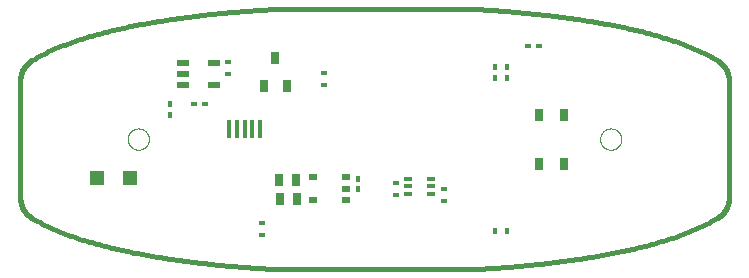
<source format=gtp>
G75*
%MOIN*%
%OFA0B0*%
%FSLAX25Y25*%
%IPPOS*%
%LPD*%
%AMOC8*
5,1,8,0,0,1.08239X$1,22.5*
%
%ADD10C,0.00000*%
%ADD11C,0.01575*%
%ADD12R,0.03937X0.02165*%
%ADD13R,0.01969X0.01575*%
%ADD14R,0.01575X0.01969*%
%ADD15R,0.04724X0.04724*%
%ADD16R,0.03150X0.03937*%
%ADD17R,0.03150X0.01969*%
%ADD18R,0.02559X0.04134*%
%ADD19R,0.01378X0.05906*%
%ADD20R,0.02756X0.01378*%
D10*
X0076997Y0064792D02*
X0076999Y0064910D01*
X0077005Y0065029D01*
X0077015Y0065147D01*
X0077029Y0065264D01*
X0077046Y0065381D01*
X0077068Y0065498D01*
X0077094Y0065613D01*
X0077123Y0065728D01*
X0077156Y0065842D01*
X0077193Y0065954D01*
X0077234Y0066065D01*
X0077278Y0066175D01*
X0077326Y0066283D01*
X0077378Y0066390D01*
X0077433Y0066495D01*
X0077492Y0066598D01*
X0077554Y0066698D01*
X0077619Y0066797D01*
X0077688Y0066894D01*
X0077759Y0066988D01*
X0077834Y0067079D01*
X0077912Y0067169D01*
X0077993Y0067255D01*
X0078077Y0067339D01*
X0078163Y0067420D01*
X0078253Y0067498D01*
X0078344Y0067573D01*
X0078438Y0067644D01*
X0078535Y0067713D01*
X0078634Y0067778D01*
X0078734Y0067840D01*
X0078837Y0067899D01*
X0078942Y0067954D01*
X0079049Y0068006D01*
X0079157Y0068054D01*
X0079267Y0068098D01*
X0079378Y0068139D01*
X0079490Y0068176D01*
X0079604Y0068209D01*
X0079719Y0068238D01*
X0079834Y0068264D01*
X0079951Y0068286D01*
X0080068Y0068303D01*
X0080185Y0068317D01*
X0080303Y0068327D01*
X0080422Y0068333D01*
X0080540Y0068335D01*
X0080658Y0068333D01*
X0080777Y0068327D01*
X0080895Y0068317D01*
X0081012Y0068303D01*
X0081129Y0068286D01*
X0081246Y0068264D01*
X0081361Y0068238D01*
X0081476Y0068209D01*
X0081590Y0068176D01*
X0081702Y0068139D01*
X0081813Y0068098D01*
X0081923Y0068054D01*
X0082031Y0068006D01*
X0082138Y0067954D01*
X0082243Y0067899D01*
X0082346Y0067840D01*
X0082446Y0067778D01*
X0082545Y0067713D01*
X0082642Y0067644D01*
X0082736Y0067573D01*
X0082827Y0067498D01*
X0082917Y0067420D01*
X0083003Y0067339D01*
X0083087Y0067255D01*
X0083168Y0067169D01*
X0083246Y0067079D01*
X0083321Y0066988D01*
X0083392Y0066894D01*
X0083461Y0066797D01*
X0083526Y0066698D01*
X0083588Y0066598D01*
X0083647Y0066495D01*
X0083702Y0066390D01*
X0083754Y0066283D01*
X0083802Y0066175D01*
X0083846Y0066065D01*
X0083887Y0065954D01*
X0083924Y0065842D01*
X0083957Y0065728D01*
X0083986Y0065613D01*
X0084012Y0065498D01*
X0084034Y0065381D01*
X0084051Y0065264D01*
X0084065Y0065147D01*
X0084075Y0065029D01*
X0084081Y0064910D01*
X0084083Y0064792D01*
X0084081Y0064674D01*
X0084075Y0064555D01*
X0084065Y0064437D01*
X0084051Y0064320D01*
X0084034Y0064203D01*
X0084012Y0064086D01*
X0083986Y0063971D01*
X0083957Y0063856D01*
X0083924Y0063742D01*
X0083887Y0063630D01*
X0083846Y0063519D01*
X0083802Y0063409D01*
X0083754Y0063301D01*
X0083702Y0063194D01*
X0083647Y0063089D01*
X0083588Y0062986D01*
X0083526Y0062886D01*
X0083461Y0062787D01*
X0083392Y0062690D01*
X0083321Y0062596D01*
X0083246Y0062505D01*
X0083168Y0062415D01*
X0083087Y0062329D01*
X0083003Y0062245D01*
X0082917Y0062164D01*
X0082827Y0062086D01*
X0082736Y0062011D01*
X0082642Y0061940D01*
X0082545Y0061871D01*
X0082446Y0061806D01*
X0082346Y0061744D01*
X0082243Y0061685D01*
X0082138Y0061630D01*
X0082031Y0061578D01*
X0081923Y0061530D01*
X0081813Y0061486D01*
X0081702Y0061445D01*
X0081590Y0061408D01*
X0081476Y0061375D01*
X0081361Y0061346D01*
X0081246Y0061320D01*
X0081129Y0061298D01*
X0081012Y0061281D01*
X0080895Y0061267D01*
X0080777Y0061257D01*
X0080658Y0061251D01*
X0080540Y0061249D01*
X0080422Y0061251D01*
X0080303Y0061257D01*
X0080185Y0061267D01*
X0080068Y0061281D01*
X0079951Y0061298D01*
X0079834Y0061320D01*
X0079719Y0061346D01*
X0079604Y0061375D01*
X0079490Y0061408D01*
X0079378Y0061445D01*
X0079267Y0061486D01*
X0079157Y0061530D01*
X0079049Y0061578D01*
X0078942Y0061630D01*
X0078837Y0061685D01*
X0078734Y0061744D01*
X0078634Y0061806D01*
X0078535Y0061871D01*
X0078438Y0061940D01*
X0078344Y0062011D01*
X0078253Y0062086D01*
X0078163Y0062164D01*
X0078077Y0062245D01*
X0077993Y0062329D01*
X0077912Y0062415D01*
X0077834Y0062505D01*
X0077759Y0062596D01*
X0077688Y0062690D01*
X0077619Y0062787D01*
X0077554Y0062886D01*
X0077492Y0062986D01*
X0077433Y0063089D01*
X0077378Y0063194D01*
X0077326Y0063301D01*
X0077278Y0063409D01*
X0077234Y0063519D01*
X0077193Y0063630D01*
X0077156Y0063742D01*
X0077123Y0063856D01*
X0077094Y0063971D01*
X0077068Y0064086D01*
X0077046Y0064203D01*
X0077029Y0064320D01*
X0077015Y0064437D01*
X0077005Y0064555D01*
X0076999Y0064674D01*
X0076997Y0064792D01*
X0234477Y0064792D02*
X0234479Y0064910D01*
X0234485Y0065029D01*
X0234495Y0065147D01*
X0234509Y0065264D01*
X0234526Y0065381D01*
X0234548Y0065498D01*
X0234574Y0065613D01*
X0234603Y0065728D01*
X0234636Y0065842D01*
X0234673Y0065954D01*
X0234714Y0066065D01*
X0234758Y0066175D01*
X0234806Y0066283D01*
X0234858Y0066390D01*
X0234913Y0066495D01*
X0234972Y0066598D01*
X0235034Y0066698D01*
X0235099Y0066797D01*
X0235168Y0066894D01*
X0235239Y0066988D01*
X0235314Y0067079D01*
X0235392Y0067169D01*
X0235473Y0067255D01*
X0235557Y0067339D01*
X0235643Y0067420D01*
X0235733Y0067498D01*
X0235824Y0067573D01*
X0235918Y0067644D01*
X0236015Y0067713D01*
X0236114Y0067778D01*
X0236214Y0067840D01*
X0236317Y0067899D01*
X0236422Y0067954D01*
X0236529Y0068006D01*
X0236637Y0068054D01*
X0236747Y0068098D01*
X0236858Y0068139D01*
X0236970Y0068176D01*
X0237084Y0068209D01*
X0237199Y0068238D01*
X0237314Y0068264D01*
X0237431Y0068286D01*
X0237548Y0068303D01*
X0237665Y0068317D01*
X0237783Y0068327D01*
X0237902Y0068333D01*
X0238020Y0068335D01*
X0238138Y0068333D01*
X0238257Y0068327D01*
X0238375Y0068317D01*
X0238492Y0068303D01*
X0238609Y0068286D01*
X0238726Y0068264D01*
X0238841Y0068238D01*
X0238956Y0068209D01*
X0239070Y0068176D01*
X0239182Y0068139D01*
X0239293Y0068098D01*
X0239403Y0068054D01*
X0239511Y0068006D01*
X0239618Y0067954D01*
X0239723Y0067899D01*
X0239826Y0067840D01*
X0239926Y0067778D01*
X0240025Y0067713D01*
X0240122Y0067644D01*
X0240216Y0067573D01*
X0240307Y0067498D01*
X0240397Y0067420D01*
X0240483Y0067339D01*
X0240567Y0067255D01*
X0240648Y0067169D01*
X0240726Y0067079D01*
X0240801Y0066988D01*
X0240872Y0066894D01*
X0240941Y0066797D01*
X0241006Y0066698D01*
X0241068Y0066598D01*
X0241127Y0066495D01*
X0241182Y0066390D01*
X0241234Y0066283D01*
X0241282Y0066175D01*
X0241326Y0066065D01*
X0241367Y0065954D01*
X0241404Y0065842D01*
X0241437Y0065728D01*
X0241466Y0065613D01*
X0241492Y0065498D01*
X0241514Y0065381D01*
X0241531Y0065264D01*
X0241545Y0065147D01*
X0241555Y0065029D01*
X0241561Y0064910D01*
X0241563Y0064792D01*
X0241561Y0064674D01*
X0241555Y0064555D01*
X0241545Y0064437D01*
X0241531Y0064320D01*
X0241514Y0064203D01*
X0241492Y0064086D01*
X0241466Y0063971D01*
X0241437Y0063856D01*
X0241404Y0063742D01*
X0241367Y0063630D01*
X0241326Y0063519D01*
X0241282Y0063409D01*
X0241234Y0063301D01*
X0241182Y0063194D01*
X0241127Y0063089D01*
X0241068Y0062986D01*
X0241006Y0062886D01*
X0240941Y0062787D01*
X0240872Y0062690D01*
X0240801Y0062596D01*
X0240726Y0062505D01*
X0240648Y0062415D01*
X0240567Y0062329D01*
X0240483Y0062245D01*
X0240397Y0062164D01*
X0240307Y0062086D01*
X0240216Y0062011D01*
X0240122Y0061940D01*
X0240025Y0061871D01*
X0239926Y0061806D01*
X0239826Y0061744D01*
X0239723Y0061685D01*
X0239618Y0061630D01*
X0239511Y0061578D01*
X0239403Y0061530D01*
X0239293Y0061486D01*
X0239182Y0061445D01*
X0239070Y0061408D01*
X0238956Y0061375D01*
X0238841Y0061346D01*
X0238726Y0061320D01*
X0238609Y0061298D01*
X0238492Y0061281D01*
X0238375Y0061267D01*
X0238257Y0061257D01*
X0238138Y0061251D01*
X0238020Y0061249D01*
X0237902Y0061251D01*
X0237783Y0061257D01*
X0237665Y0061267D01*
X0237548Y0061281D01*
X0237431Y0061298D01*
X0237314Y0061320D01*
X0237199Y0061346D01*
X0237084Y0061375D01*
X0236970Y0061408D01*
X0236858Y0061445D01*
X0236747Y0061486D01*
X0236637Y0061530D01*
X0236529Y0061578D01*
X0236422Y0061630D01*
X0236317Y0061685D01*
X0236214Y0061744D01*
X0236114Y0061806D01*
X0236015Y0061871D01*
X0235918Y0061940D01*
X0235824Y0062011D01*
X0235733Y0062086D01*
X0235643Y0062164D01*
X0235557Y0062245D01*
X0235473Y0062329D01*
X0235392Y0062415D01*
X0235314Y0062505D01*
X0235239Y0062596D01*
X0235168Y0062690D01*
X0235099Y0062787D01*
X0235034Y0062886D01*
X0234972Y0062986D01*
X0234913Y0063089D01*
X0234858Y0063194D01*
X0234806Y0063301D01*
X0234758Y0063409D01*
X0234714Y0063519D01*
X0234673Y0063630D01*
X0234636Y0063742D01*
X0234603Y0063856D01*
X0234574Y0063971D01*
X0234548Y0064086D01*
X0234526Y0064203D01*
X0234509Y0064320D01*
X0234495Y0064437D01*
X0234485Y0064555D01*
X0234479Y0064674D01*
X0234477Y0064792D01*
D11*
X0062538Y0031061D02*
X0061736Y0031312D01*
X0060935Y0031569D01*
X0060137Y0031832D01*
X0059340Y0032101D01*
X0058545Y0032375D01*
X0057752Y0032656D01*
X0056961Y0032944D01*
X0056172Y0033239D01*
X0055385Y0033541D01*
X0054601Y0033850D01*
X0053819Y0034167D01*
X0053040Y0034493D01*
X0052263Y0034827D01*
X0051489Y0035170D01*
X0050718Y0035522D01*
X0049949Y0035884D01*
X0049184Y0036257D01*
X0048423Y0036640D01*
X0047668Y0037034D01*
X0046918Y0037439D01*
X0046176Y0037856D01*
X0045441Y0038285D01*
X0044928Y0038595D01*
X0044906Y0038608D01*
X0044884Y0038622D01*
X0044862Y0038635D01*
X0044841Y0038649D01*
X0044819Y0038662D01*
X0044798Y0038676D01*
X0044776Y0038690D01*
X0044754Y0038704D01*
X0044733Y0038718D01*
X0044711Y0038732D01*
X0044690Y0038746D01*
X0044668Y0038761D01*
X0044647Y0038775D01*
X0044626Y0038790D01*
X0044604Y0038804D01*
X0044583Y0038819D01*
X0044562Y0038833D01*
X0044540Y0038848D01*
X0044519Y0038863D01*
X0044498Y0038878D01*
X0044477Y0038893D01*
X0044456Y0038908D01*
X0044435Y0038923D01*
X0044414Y0038938D01*
X0044393Y0038954D01*
X0044372Y0038969D01*
X0044351Y0038985D01*
X0044330Y0039000D01*
X0044309Y0039016D01*
X0044288Y0039032D01*
X0044267Y0039047D01*
X0044247Y0039063D01*
X0044226Y0039079D01*
X0044205Y0039095D01*
X0044185Y0039111D01*
X0044164Y0039128D01*
X0044143Y0039144D01*
X0044123Y0039160D01*
X0044102Y0039177D01*
X0044082Y0039193D01*
X0044062Y0039210D01*
X0044041Y0039227D01*
X0044021Y0039243D01*
X0044001Y0039260D01*
X0043980Y0039277D01*
X0043960Y0039294D01*
X0043940Y0039311D01*
X0043920Y0039328D01*
X0043900Y0039346D01*
X0043880Y0039363D01*
X0043860Y0039380D01*
X0043840Y0039398D01*
X0043820Y0039415D01*
X0043800Y0039433D01*
X0043781Y0039451D01*
X0043761Y0039468D01*
X0043741Y0039486D01*
X0043722Y0039504D01*
X0043702Y0039522D01*
X0043683Y0039540D01*
X0043663Y0039558D01*
X0043644Y0039577D01*
X0043624Y0039595D01*
X0043605Y0039613D01*
X0043586Y0039632D01*
X0043567Y0039650D01*
X0043548Y0039669D01*
X0043529Y0039688D01*
X0043509Y0039706D01*
X0043491Y0039725D01*
X0043472Y0039744D01*
X0043453Y0039763D01*
X0043434Y0039782D01*
X0043415Y0039801D01*
X0043396Y0039820D01*
X0043378Y0039840D01*
X0043359Y0039859D01*
X0043341Y0039878D01*
X0043322Y0039898D01*
X0043304Y0039917D01*
X0043285Y0039937D01*
X0043267Y0039957D01*
X0043249Y0039976D01*
X0043231Y0039996D01*
X0043213Y0040016D01*
X0043195Y0040036D01*
X0043177Y0040056D01*
X0043159Y0040076D01*
X0043141Y0040096D01*
X0043123Y0040117D01*
X0043105Y0040137D01*
X0043088Y0040157D01*
X0043070Y0040178D01*
X0043052Y0040198D01*
X0043035Y0040219D01*
X0043018Y0040239D01*
X0043000Y0040260D01*
X0042983Y0040281D01*
X0042966Y0040302D01*
X0042949Y0040323D01*
X0042931Y0040344D01*
X0042914Y0040365D01*
X0042898Y0040386D01*
X0042881Y0040407D01*
X0042864Y0040428D01*
X0042847Y0040449D01*
X0042830Y0040471D01*
X0042814Y0040492D01*
X0042797Y0040514D01*
X0042781Y0040535D01*
X0042764Y0040557D01*
X0042748Y0040578D01*
X0042732Y0040600D01*
X0042716Y0040622D01*
X0042699Y0040644D01*
X0042683Y0040666D01*
X0042667Y0040688D01*
X0042652Y0040710D01*
X0042636Y0040732D01*
X0042620Y0040754D01*
X0042604Y0040776D01*
X0042589Y0040798D01*
X0042573Y0040821D01*
X0042558Y0040843D01*
X0042542Y0040865D01*
X0042527Y0040888D01*
X0042512Y0040911D01*
X0042497Y0040933D01*
X0042482Y0040956D01*
X0042467Y0040979D01*
X0042452Y0041001D01*
X0042437Y0041024D01*
X0042422Y0041047D01*
X0042407Y0041070D01*
X0042393Y0041093D01*
X0042378Y0041116D01*
X0042364Y0041139D01*
X0042349Y0041162D01*
X0042335Y0041185D01*
X0042321Y0041208D01*
X0042307Y0041232D01*
X0042293Y0041255D01*
X0042279Y0041279D01*
X0042265Y0041302D01*
X0042251Y0041325D01*
X0042237Y0041349D01*
X0042224Y0041373D01*
X0042210Y0041396D01*
X0042196Y0041420D01*
X0042183Y0041444D01*
X0042170Y0041467D01*
X0042156Y0041491D01*
X0042143Y0041515D01*
X0042130Y0041539D01*
X0042117Y0041563D01*
X0042104Y0041587D01*
X0042091Y0041611D01*
X0042079Y0041635D01*
X0042066Y0041659D01*
X0042053Y0041683D01*
X0042041Y0041707D01*
X0042029Y0041732D01*
X0042016Y0041756D01*
X0042004Y0041780D01*
X0041992Y0041805D01*
X0041980Y0041829D01*
X0041968Y0041854D01*
X0041956Y0041878D01*
X0041944Y0041903D01*
X0041932Y0041927D01*
X0041921Y0041952D01*
X0041909Y0041976D01*
X0041898Y0042001D01*
X0041886Y0042026D01*
X0041875Y0042051D01*
X0041864Y0042075D01*
X0041853Y0042100D01*
X0041842Y0042125D01*
X0041831Y0042150D01*
X0041820Y0042175D01*
X0041809Y0042200D01*
X0041798Y0042225D01*
X0041788Y0042250D01*
X0041777Y0042275D01*
X0041767Y0042300D01*
X0041757Y0042325D01*
X0041746Y0042350D01*
X0041736Y0042375D01*
X0041726Y0042401D01*
X0041716Y0042426D01*
X0041706Y0042451D01*
X0041696Y0042476D01*
X0041687Y0042502D01*
X0041677Y0042527D01*
X0041668Y0042552D01*
X0041658Y0042578D01*
X0041649Y0042603D01*
X0041640Y0042629D01*
X0041630Y0042654D01*
X0041621Y0042680D01*
X0041612Y0042705D01*
X0041604Y0042731D01*
X0041595Y0042756D01*
X0041586Y0042782D01*
X0041577Y0042807D01*
X0041569Y0042833D01*
X0041560Y0042859D01*
X0041552Y0042884D01*
X0041544Y0042910D01*
X0041536Y0042936D01*
X0041528Y0042961D01*
X0041520Y0042987D01*
X0041512Y0043013D01*
X0041504Y0043039D01*
X0041496Y0043065D01*
X0041489Y0043090D01*
X0041481Y0043116D01*
X0041474Y0043142D01*
X0041466Y0043168D01*
X0041459Y0043194D01*
X0041452Y0043220D01*
X0041445Y0043245D01*
X0041438Y0043271D01*
X0041431Y0043297D01*
X0041424Y0043323D01*
X0041417Y0043349D01*
X0041411Y0043375D01*
X0041404Y0043401D01*
X0041398Y0043427D01*
X0041391Y0043453D01*
X0041385Y0043479D01*
X0041379Y0043505D01*
X0041373Y0043531D01*
X0041367Y0043557D01*
X0041361Y0043583D01*
X0041355Y0043609D01*
X0041350Y0043635D01*
X0041344Y0043661D01*
X0041338Y0043687D01*
X0041333Y0043714D01*
X0041328Y0043740D01*
X0041322Y0043766D01*
X0041317Y0043792D01*
X0041312Y0043818D01*
X0041307Y0043844D01*
X0041302Y0043870D01*
X0041298Y0043896D01*
X0041293Y0043922D01*
X0041288Y0043948D01*
X0041284Y0043974D01*
X0041279Y0044000D01*
X0041275Y0044027D01*
X0041271Y0044053D01*
X0041266Y0044079D01*
X0041262Y0044105D01*
X0041258Y0044131D01*
X0041255Y0044157D01*
X0041251Y0044183D01*
X0041247Y0044209D01*
X0041243Y0044235D01*
X0041240Y0044261D01*
X0041236Y0044287D01*
X0041233Y0044313D01*
X0041230Y0044339D01*
X0041227Y0044365D01*
X0041223Y0044391D01*
X0041220Y0044418D01*
X0041218Y0044444D01*
X0041215Y0044469D01*
X0041212Y0044495D01*
X0041209Y0044521D01*
X0041207Y0044547D01*
X0041204Y0044573D01*
X0041202Y0044599D01*
X0041200Y0044625D01*
X0041197Y0044651D01*
X0041195Y0044677D01*
X0041193Y0044703D01*
X0041191Y0044729D01*
X0041189Y0044755D01*
X0041188Y0044781D01*
X0041186Y0044807D01*
X0041184Y0044832D01*
X0041183Y0044858D01*
X0041181Y0044884D01*
X0041180Y0044910D01*
X0041179Y0044936D01*
X0041178Y0044962D01*
X0041177Y0044987D01*
X0041176Y0045013D01*
X0041175Y0045039D01*
X0041174Y0045065D01*
X0041173Y0045090D01*
X0041172Y0045116D01*
X0041172Y0045142D01*
X0041171Y0045167D01*
X0041171Y0045193D01*
X0041171Y0045218D01*
X0041170Y0045244D01*
X0041170Y0045269D01*
X0041170Y0045295D01*
X0041170Y0084290D01*
X0041170Y0084315D01*
X0041170Y0084341D01*
X0041170Y0084366D01*
X0041171Y0084392D01*
X0041171Y0084418D01*
X0041172Y0084443D01*
X0041172Y0084469D01*
X0041173Y0084494D01*
X0041174Y0084520D01*
X0041174Y0084546D01*
X0041175Y0084572D01*
X0041176Y0084597D01*
X0041177Y0084623D01*
X0041178Y0084649D01*
X0041180Y0084675D01*
X0041181Y0084701D01*
X0041182Y0084726D01*
X0041184Y0084752D01*
X0041185Y0084778D01*
X0041187Y0084804D01*
X0041189Y0084830D01*
X0041191Y0084856D01*
X0041193Y0084881D01*
X0041195Y0084907D01*
X0041197Y0084933D01*
X0041199Y0084959D01*
X0041201Y0084985D01*
X0041204Y0085011D01*
X0041206Y0085037D01*
X0041209Y0085063D01*
X0041211Y0085089D01*
X0041214Y0085115D01*
X0041217Y0085141D01*
X0041220Y0085167D01*
X0041223Y0085193D01*
X0041226Y0085219D01*
X0041229Y0085245D01*
X0041232Y0085271D01*
X0041235Y0085297D01*
X0041239Y0085323D01*
X0041242Y0085350D01*
X0041246Y0085376D01*
X0041250Y0085402D01*
X0041253Y0085428D01*
X0041257Y0085454D01*
X0041261Y0085480D01*
X0041265Y0085506D01*
X0041269Y0085532D01*
X0041274Y0085558D01*
X0041278Y0085584D01*
X0041282Y0085610D01*
X0041287Y0085636D01*
X0041291Y0085663D01*
X0041296Y0085689D01*
X0041301Y0085715D01*
X0041306Y0085741D01*
X0041311Y0085767D01*
X0041316Y0085793D01*
X0041321Y0085819D01*
X0041326Y0085845D01*
X0041331Y0085871D01*
X0041337Y0085897D01*
X0041342Y0085923D01*
X0041348Y0085949D01*
X0041353Y0085975D01*
X0041359Y0086001D01*
X0041365Y0086027D01*
X0041371Y0086054D01*
X0041377Y0086080D01*
X0041383Y0086106D01*
X0041389Y0086131D01*
X0041396Y0086157D01*
X0041402Y0086183D01*
X0041409Y0086209D01*
X0041415Y0086235D01*
X0041422Y0086261D01*
X0041429Y0086287D01*
X0041436Y0086313D01*
X0041443Y0086339D01*
X0041450Y0086365D01*
X0041457Y0086391D01*
X0041464Y0086417D01*
X0041471Y0086443D01*
X0041479Y0086469D01*
X0041486Y0086494D01*
X0041494Y0086520D01*
X0041501Y0086546D01*
X0041509Y0086572D01*
X0041517Y0086598D01*
X0041525Y0086623D01*
X0041533Y0086649D01*
X0041541Y0086675D01*
X0041549Y0086700D01*
X0041558Y0086726D01*
X0041566Y0086752D01*
X0041575Y0086777D01*
X0041583Y0086803D01*
X0041592Y0086829D01*
X0041601Y0086854D01*
X0041610Y0086880D01*
X0041619Y0086905D01*
X0041628Y0086931D01*
X0041637Y0086956D01*
X0041646Y0086982D01*
X0041655Y0087007D01*
X0041665Y0087032D01*
X0041674Y0087058D01*
X0041684Y0087083D01*
X0041693Y0087108D01*
X0041703Y0087134D01*
X0041713Y0087159D01*
X0041723Y0087184D01*
X0041733Y0087209D01*
X0041743Y0087235D01*
X0041753Y0087260D01*
X0041764Y0087285D01*
X0041774Y0087310D01*
X0041784Y0087335D01*
X0041795Y0087360D01*
X0041806Y0087385D01*
X0041816Y0087410D01*
X0041827Y0087435D01*
X0041838Y0087460D01*
X0041849Y0087485D01*
X0041860Y0087510D01*
X0041871Y0087534D01*
X0041883Y0087559D01*
X0041894Y0087584D01*
X0041906Y0087609D01*
X0041917Y0087633D01*
X0041929Y0087658D01*
X0041940Y0087682D01*
X0041952Y0087707D01*
X0041964Y0087731D01*
X0041976Y0087756D01*
X0041988Y0087781D01*
X0042000Y0087805D01*
X0042012Y0087829D01*
X0042025Y0087854D01*
X0042037Y0087878D01*
X0042050Y0087902D01*
X0042062Y0087926D01*
X0042075Y0087950D01*
X0042087Y0087974D01*
X0042100Y0087998D01*
X0042113Y0088022D01*
X0042126Y0088046D01*
X0042139Y0088070D01*
X0042152Y0088094D01*
X0042166Y0088118D01*
X0042179Y0088142D01*
X0042192Y0088166D01*
X0042206Y0088189D01*
X0042219Y0088213D01*
X0042233Y0088236D01*
X0042247Y0088260D01*
X0042260Y0088283D01*
X0042274Y0088307D01*
X0042288Y0088330D01*
X0042302Y0088354D01*
X0042316Y0088377D01*
X0042331Y0088400D01*
X0042345Y0088423D01*
X0042359Y0088447D01*
X0042374Y0088470D01*
X0042388Y0088493D01*
X0042403Y0088516D01*
X0042417Y0088539D01*
X0042432Y0088562D01*
X0042447Y0088584D01*
X0042462Y0088607D01*
X0042477Y0088630D01*
X0042492Y0088653D01*
X0042507Y0088675D01*
X0042522Y0088698D01*
X0042538Y0088720D01*
X0042553Y0088743D01*
X0042568Y0088765D01*
X0042584Y0088787D01*
X0042599Y0088810D01*
X0042615Y0088832D01*
X0042631Y0088854D01*
X0042647Y0088876D01*
X0042662Y0088898D01*
X0042678Y0088920D01*
X0042694Y0088942D01*
X0042711Y0088964D01*
X0042727Y0088986D01*
X0042743Y0089008D01*
X0042759Y0089029D01*
X0042776Y0089051D01*
X0042792Y0089072D01*
X0042809Y0089094D01*
X0042825Y0089115D01*
X0042842Y0089137D01*
X0042859Y0089158D01*
X0042875Y0089179D01*
X0042892Y0089201D01*
X0042909Y0089222D01*
X0042926Y0089243D01*
X0042943Y0089264D01*
X0042960Y0089285D01*
X0042978Y0089306D01*
X0042995Y0089326D01*
X0043012Y0089347D01*
X0043030Y0089368D01*
X0043047Y0089388D01*
X0043064Y0089409D01*
X0043082Y0089429D01*
X0043100Y0089450D01*
X0043117Y0089470D01*
X0043135Y0089490D01*
X0043153Y0089510D01*
X0043171Y0089531D01*
X0043189Y0089551D01*
X0043207Y0089570D01*
X0043225Y0089591D01*
X0043243Y0089610D01*
X0043261Y0089630D01*
X0043280Y0089650D01*
X0043298Y0089669D01*
X0043316Y0089689D01*
X0043335Y0089708D01*
X0043353Y0089728D01*
X0043372Y0089747D01*
X0043391Y0089767D01*
X0043409Y0089786D01*
X0043428Y0089805D01*
X0043447Y0089824D01*
X0043466Y0089843D01*
X0043485Y0089862D01*
X0043504Y0089881D01*
X0043523Y0089899D01*
X0043542Y0089918D01*
X0043561Y0089937D01*
X0043580Y0089955D01*
X0043599Y0089974D01*
X0043618Y0089992D01*
X0043638Y0090010D01*
X0043657Y0090029D01*
X0043677Y0090047D01*
X0043696Y0090065D01*
X0043716Y0090083D01*
X0043735Y0090101D01*
X0043755Y0090119D01*
X0043775Y0090137D01*
X0043814Y0090172D01*
X0043854Y0090207D01*
X0043874Y0090224D01*
X0043914Y0090259D01*
X0043954Y0090293D01*
X0043974Y0090310D01*
X0043994Y0090327D01*
X0044014Y0090344D01*
X0044035Y0090361D01*
X0044055Y0090378D01*
X0044076Y0090394D01*
X0044096Y0090411D01*
X0044116Y0090427D01*
X0044137Y0090444D01*
X0044157Y0090460D01*
X0044178Y0090476D01*
X0044199Y0090493D01*
X0044219Y0090508D01*
X0044240Y0090524D01*
X0044261Y0090540D01*
X0044282Y0090556D01*
X0044323Y0090588D01*
X0044344Y0090603D01*
X0044365Y0090619D01*
X0044407Y0090650D01*
X0044428Y0090665D01*
X0044449Y0090680D01*
X0044470Y0090695D01*
X0044491Y0090710D01*
X0044513Y0090725D01*
X0044534Y0090740D01*
X0044555Y0090755D01*
X0044576Y0090769D01*
X0044598Y0090784D01*
X0044619Y0090799D01*
X0044640Y0090813D01*
X0044662Y0090828D01*
X0044683Y0090842D01*
X0044705Y0090856D01*
X0044726Y0090870D01*
X0044748Y0090884D01*
X0044769Y0090898D01*
X0044791Y0090912D01*
X0044812Y0090926D01*
X0044834Y0090940D01*
X0044856Y0090953D01*
X0044877Y0090967D01*
X0044899Y0090981D01*
X0044921Y0090994D01*
X0045239Y0091187D01*
X0045979Y0091624D01*
X0046726Y0092047D01*
X0047479Y0092459D01*
X0048239Y0092858D01*
X0049004Y0093246D01*
X0049774Y0093624D01*
X0050549Y0093992D01*
X0051329Y0094350D01*
X0052113Y0094699D01*
X0052902Y0095040D01*
X0053694Y0095373D01*
X0054490Y0095697D01*
X0055289Y0096013D01*
X0056091Y0096322D01*
X0056895Y0096623D01*
X0057702Y0096917D01*
X0058510Y0097204D01*
X0059320Y0097484D01*
X0060132Y0097757D01*
X0060945Y0098025D01*
X0061760Y0098287D01*
X0062578Y0098542D01*
X0063396Y0098792D01*
X0064217Y0099037D01*
X0065038Y0099276D01*
X0065862Y0099510D01*
X0066686Y0099740D01*
X0067513Y0099964D01*
X0068341Y0100184D01*
X0069170Y0100400D01*
X0070000Y0100611D01*
X0070832Y0100818D01*
X0071665Y0101020D01*
X0072500Y0101219D01*
X0073335Y0101413D01*
X0074171Y0101604D01*
X0075008Y0101790D01*
X0075846Y0101973D01*
X0076685Y0102152D01*
X0077524Y0102327D01*
X0078364Y0102499D01*
X0079204Y0102668D01*
X0080045Y0102832D01*
X0080886Y0102994D01*
X0081728Y0103153D01*
X0082570Y0103308D01*
X0083412Y0103460D01*
X0084254Y0103610D01*
X0085096Y0103756D01*
X0085939Y0103899D01*
X0086782Y0104040D01*
X0087625Y0104178D01*
X0088469Y0104313D01*
X0089313Y0104445D01*
X0090156Y0104574D01*
X0091001Y0104701D01*
X0091845Y0104826D01*
X0092690Y0104947D01*
X0093534Y0105067D01*
X0094379Y0105184D01*
X0095224Y0105298D01*
X0096070Y0105411D01*
X0096915Y0105521D01*
X0097761Y0105629D01*
X0098607Y0105734D01*
X0099453Y0105838D01*
X0100299Y0105940D01*
X0101146Y0106039D01*
X0101992Y0106137D01*
X0102839Y0106232D01*
X0103686Y0106326D01*
X0104533Y0106417D01*
X0105380Y0106507D01*
X0106228Y0106595D01*
X0107075Y0106680D01*
X0107923Y0106764D01*
X0108771Y0106846D01*
X0109619Y0106927D01*
X0110467Y0107005D01*
X0111316Y0107082D01*
X0112164Y0107156D01*
X0113013Y0107230D01*
X0113861Y0107301D01*
X0114710Y0107371D01*
X0115559Y0107439D01*
X0116409Y0107505D01*
X0117258Y0107570D01*
X0118107Y0107633D01*
X0118957Y0107695D01*
X0119807Y0107755D01*
X0120657Y0107813D01*
X0121507Y0107870D01*
X0122357Y0107925D01*
X0123207Y0107979D01*
X0124057Y0108032D01*
X0124908Y0108083D01*
X0124974Y0108087D01*
X0125027Y0108090D01*
X0125054Y0108091D01*
X0125107Y0108093D01*
X0125134Y0108094D01*
X0125187Y0108096D01*
X0125214Y0108097D01*
X0125267Y0108098D01*
X0125294Y0108098D01*
X0125320Y0108099D01*
X0125347Y0108099D01*
X0125374Y0108099D01*
X0125400Y0108099D01*
X0193173Y0108099D01*
X0193200Y0108099D01*
X0193227Y0108099D01*
X0193280Y0108098D01*
X0193307Y0108097D01*
X0193333Y0108097D01*
X0193360Y0108096D01*
X0193413Y0108095D01*
X0193440Y0108094D01*
X0193467Y0108093D01*
X0193493Y0108092D01*
X0193520Y0108090D01*
X0193546Y0108089D01*
X0193573Y0108087D01*
X0193600Y0108086D01*
X0194103Y0108056D01*
X0194943Y0108005D01*
X0195782Y0107952D01*
X0196621Y0107897D01*
X0197461Y0107842D01*
X0198300Y0107785D01*
X0199139Y0107726D01*
X0199978Y0107666D01*
X0200817Y0107605D01*
X0201656Y0107541D01*
X0202495Y0107477D01*
X0203333Y0107410D01*
X0204172Y0107342D01*
X0205010Y0107273D01*
X0205848Y0107201D01*
X0206686Y0107129D01*
X0207524Y0107054D01*
X0208362Y0106977D01*
X0209200Y0106899D01*
X0210037Y0106819D01*
X0210875Y0106738D01*
X0211712Y0106654D01*
X0212549Y0106569D01*
X0213386Y0106481D01*
X0214223Y0106393D01*
X0215059Y0106301D01*
X0215896Y0106208D01*
X0216732Y0106114D01*
X0217569Y0106017D01*
X0218405Y0105918D01*
X0219241Y0105817D01*
X0220076Y0105714D01*
X0220912Y0105609D01*
X0221747Y0105502D01*
X0222583Y0105393D01*
X0223418Y0105281D01*
X0224253Y0105168D01*
X0225088Y0105052D01*
X0225923Y0104933D01*
X0226757Y0104813D01*
X0227592Y0104689D01*
X0228426Y0104564D01*
X0229260Y0104435D01*
X0230094Y0104305D01*
X0230927Y0104171D01*
X0231761Y0104035D01*
X0232594Y0103896D01*
X0233426Y0103755D01*
X0234259Y0103610D01*
X0235091Y0103462D01*
X0235923Y0103312D01*
X0236754Y0103159D01*
X0237585Y0103002D01*
X0238416Y0102843D01*
X0239245Y0102680D01*
X0240074Y0102515D01*
X0240900Y0102346D01*
X0241727Y0102173D01*
X0242552Y0101998D01*
X0243377Y0101819D01*
X0244200Y0101636D01*
X0245022Y0101450D01*
X0245843Y0101259D01*
X0246662Y0101065D01*
X0247481Y0100868D01*
X0248298Y0100665D01*
X0249115Y0100459D01*
X0249930Y0100249D01*
X0250743Y0100034D01*
X0251556Y0099815D01*
X0252365Y0099591D01*
X0253174Y0099363D01*
X0253983Y0099130D01*
X0254788Y0098892D01*
X0255593Y0098649D01*
X0256396Y0098401D01*
X0257198Y0098146D01*
X0257997Y0097887D01*
X0258796Y0097621D01*
X0259591Y0097350D01*
X0260385Y0097072D01*
X0261178Y0096788D01*
X0261967Y0096497D01*
X0262755Y0096199D01*
X0263540Y0095893D01*
X0264324Y0095580D01*
X0265105Y0095259D01*
X0265883Y0094930D01*
X0266658Y0094591D01*
X0267430Y0094244D01*
X0268200Y0093887D01*
X0268967Y0093520D01*
X0269731Y0093143D01*
X0270489Y0092754D01*
X0271243Y0092355D01*
X0271989Y0091944D01*
X0272727Y0091522D01*
X0273459Y0091087D01*
X0273644Y0090974D01*
X0273688Y0090947D01*
X0273709Y0090934D01*
X0273774Y0090893D01*
X0273839Y0090851D01*
X0273859Y0090836D01*
X0273881Y0090822D01*
X0273924Y0090794D01*
X0273989Y0090750D01*
X0274009Y0090735D01*
X0274030Y0090720D01*
X0274074Y0090690D01*
X0274095Y0090675D01*
X0274115Y0090660D01*
X0274137Y0090645D01*
X0274158Y0090630D01*
X0274178Y0090614D01*
X0274221Y0090583D01*
X0274241Y0090568D01*
X0274263Y0090552D01*
X0274282Y0090536D01*
X0274304Y0090520D01*
X0274324Y0090504D01*
X0274345Y0090488D01*
X0274365Y0090472D01*
X0274387Y0090456D01*
X0274406Y0090440D01*
X0274428Y0090424D01*
X0274448Y0090407D01*
X0274469Y0090391D01*
X0274489Y0090374D01*
X0274509Y0090357D01*
X0274530Y0090341D01*
X0274550Y0090324D01*
X0274589Y0090290D01*
X0274611Y0090273D01*
X0274650Y0090239D01*
X0274690Y0090204D01*
X0274711Y0090187D01*
X0274731Y0090169D01*
X0274751Y0090152D01*
X0274770Y0090134D01*
X0274790Y0090116D01*
X0274810Y0090098D01*
X0274849Y0090063D01*
X0274889Y0090026D01*
X0274906Y0090008D01*
X0274946Y0089972D01*
X0274965Y0089953D01*
X0274985Y0089935D01*
X0275003Y0089916D01*
X0275022Y0089898D01*
X0275042Y0089879D01*
X0275060Y0089860D01*
X0275099Y0089822D01*
X0275117Y0089803D01*
X0275137Y0089784D01*
X0275154Y0089765D01*
X0275174Y0089746D01*
X0275192Y0089727D01*
X0275211Y0089707D01*
X0275247Y0089668D01*
X0275267Y0089649D01*
X0275284Y0089629D01*
X0275302Y0089609D01*
X0275322Y0089590D01*
X0275357Y0089550D01*
X0275410Y0089490D01*
X0275463Y0089429D01*
X0275517Y0089367D01*
X0275570Y0089305D01*
X0275585Y0089284D01*
X0275621Y0089243D01*
X0275639Y0089222D01*
X0275654Y0089201D01*
X0275672Y0089180D01*
X0275688Y0089158D01*
X0275706Y0089137D01*
X0275721Y0089116D01*
X0275739Y0089094D01*
X0275755Y0089073D01*
X0275772Y0089051D01*
X0275788Y0089030D01*
X0275804Y0089008D01*
X0275822Y0088986D01*
X0275837Y0088965D01*
X0275869Y0088921D01*
X0275885Y0088899D01*
X0275900Y0088877D01*
X0275916Y0088855D01*
X0275932Y0088833D01*
X0275948Y0088811D01*
X0275979Y0088766D01*
X0276042Y0088677D01*
X0276056Y0088654D01*
X0276087Y0088609D01*
X0276101Y0088586D01*
X0276117Y0088563D01*
X0276131Y0088540D01*
X0276146Y0088517D01*
X0276160Y0088494D01*
X0276176Y0088471D01*
X0276190Y0088448D01*
X0276204Y0088425D01*
X0276219Y0088402D01*
X0276247Y0088356D01*
X0276274Y0088309D01*
X0276288Y0088286D01*
X0276302Y0088262D01*
X0276316Y0088239D01*
X0276371Y0088144D01*
X0276398Y0088096D01*
X0276410Y0088073D01*
X0276424Y0088049D01*
X0276438Y0088025D01*
X0276450Y0088001D01*
X0276463Y0087977D01*
X0276475Y0087953D01*
X0276489Y0087929D01*
X0276513Y0087880D01*
X0276526Y0087856D01*
X0276538Y0087832D01*
X0276550Y0087807D01*
X0276562Y0087783D01*
X0276576Y0087759D01*
X0276587Y0087734D01*
X0276599Y0087710D01*
X0276611Y0087685D01*
X0276646Y0087612D01*
X0276656Y0087587D01*
X0276668Y0087562D01*
X0276680Y0087538D01*
X0276692Y0087513D01*
X0276702Y0087488D01*
X0276713Y0087463D01*
X0276725Y0087438D01*
X0276735Y0087413D01*
X0276747Y0087388D01*
X0276757Y0087363D01*
X0276769Y0087338D01*
X0276788Y0087288D01*
X0276798Y0087263D01*
X0276810Y0087238D01*
X0276839Y0087163D01*
X0276849Y0087137D01*
X0276869Y0087087D01*
X0276898Y0087011D01*
X0276906Y0086985D01*
X0276926Y0086934D01*
X0276934Y0086909D01*
X0276944Y0086883D01*
X0276954Y0086858D01*
X0276961Y0086832D01*
X0276971Y0086807D01*
X0276987Y0086756D01*
X0276997Y0086730D01*
X0277005Y0086704D01*
X0277013Y0086679D01*
X0277020Y0086653D01*
X0277028Y0086627D01*
X0277091Y0086421D01*
X0277097Y0086395D01*
X0277105Y0086369D01*
X0277113Y0086343D01*
X0277119Y0086317D01*
X0277127Y0086291D01*
X0277133Y0086265D01*
X0277141Y0086239D01*
X0277146Y0086214D01*
X0277152Y0086188D01*
X0277160Y0086162D01*
X0277178Y0086084D01*
X0277184Y0086057D01*
X0277202Y0085980D01*
X0277207Y0085953D01*
X0277219Y0085901D01*
X0277225Y0085875D01*
X0277231Y0085849D01*
X0277235Y0085823D01*
X0277247Y0085771D01*
X0277251Y0085745D01*
X0277257Y0085719D01*
X0277261Y0085693D01*
X0277265Y0085667D01*
X0277270Y0085641D01*
X0277274Y0085615D01*
X0277278Y0085588D01*
X0277284Y0085562D01*
X0277288Y0085536D01*
X0277292Y0085510D01*
X0277296Y0085484D01*
X0277300Y0085458D01*
X0277304Y0085432D01*
X0277308Y0085406D01*
X0277316Y0085354D01*
X0277320Y0085328D01*
X0277322Y0085302D01*
X0277326Y0085275D01*
X0277330Y0085249D01*
X0277331Y0085223D01*
X0277335Y0085197D01*
X0277339Y0085171D01*
X0277341Y0085145D01*
X0277345Y0085119D01*
X0277349Y0085067D01*
X0277353Y0085041D01*
X0277359Y0084963D01*
X0277363Y0084937D01*
X0277365Y0084911D01*
X0277367Y0084886D01*
X0277369Y0084860D01*
X0277371Y0084834D01*
X0277373Y0084808D01*
X0277373Y0084782D01*
X0277375Y0084756D01*
X0277381Y0084679D01*
X0277381Y0084653D01*
X0277383Y0084627D01*
X0277383Y0084601D01*
X0277385Y0084576D01*
X0277385Y0084550D01*
X0277387Y0084524D01*
X0277387Y0084498D01*
X0277389Y0084473D01*
X0277389Y0084396D01*
X0277391Y0084370D01*
X0277391Y0045188D01*
X0277389Y0045162D01*
X0277389Y0045111D01*
X0277387Y0045085D01*
X0277387Y0045034D01*
X0277385Y0045008D01*
X0277385Y0044982D01*
X0277381Y0044931D01*
X0277381Y0044905D01*
X0277377Y0044854D01*
X0277377Y0044828D01*
X0277375Y0044802D01*
X0277373Y0044776D01*
X0277371Y0044750D01*
X0277369Y0044724D01*
X0277367Y0044698D01*
X0277365Y0044672D01*
X0277359Y0044594D01*
X0277355Y0044569D01*
X0277351Y0044517D01*
X0277347Y0044491D01*
X0277343Y0044439D01*
X0277339Y0044413D01*
X0277337Y0044387D01*
X0277333Y0044360D01*
X0277330Y0044334D01*
X0277328Y0044308D01*
X0277324Y0044282D01*
X0277316Y0044230D01*
X0277314Y0044204D01*
X0277310Y0044178D01*
X0277306Y0044152D01*
X0277302Y0044126D01*
X0277298Y0044100D01*
X0277294Y0044074D01*
X0277290Y0044048D01*
X0277284Y0044022D01*
X0277280Y0043995D01*
X0277276Y0043969D01*
X0277272Y0043943D01*
X0277267Y0043917D01*
X0277263Y0043891D01*
X0277257Y0043865D01*
X0277253Y0043839D01*
X0277247Y0043813D01*
X0277243Y0043787D01*
X0277237Y0043761D01*
X0277231Y0043735D01*
X0277227Y0043709D01*
X0277221Y0043682D01*
X0277209Y0043631D01*
X0277204Y0043604D01*
X0277180Y0043500D01*
X0277174Y0043474D01*
X0277162Y0043422D01*
X0277154Y0043396D01*
X0277148Y0043370D01*
X0277143Y0043344D01*
X0277135Y0043319D01*
X0277129Y0043293D01*
X0277121Y0043267D01*
X0277115Y0043241D01*
X0277107Y0043215D01*
X0277101Y0043189D01*
X0277093Y0043163D01*
X0277078Y0043111D01*
X0277072Y0043085D01*
X0277048Y0043008D01*
X0277040Y0042982D01*
X0277024Y0042931D01*
X0277015Y0042905D01*
X0277007Y0042880D01*
X0276999Y0042854D01*
X0276991Y0042828D01*
X0276981Y0042803D01*
X0276973Y0042777D01*
X0276963Y0042751D01*
X0276956Y0042726D01*
X0276946Y0042700D01*
X0276938Y0042675D01*
X0276928Y0042649D01*
X0276920Y0042624D01*
X0276891Y0042548D01*
X0276883Y0042522D01*
X0276873Y0042497D01*
X0276863Y0042472D01*
X0276853Y0042446D01*
X0276833Y0042396D01*
X0276822Y0042371D01*
X0276802Y0042320D01*
X0276792Y0042295D01*
X0276782Y0042270D01*
X0276770Y0042245D01*
X0276761Y0042220D01*
X0276749Y0042195D01*
X0276739Y0042170D01*
X0276727Y0042145D01*
X0276717Y0042120D01*
X0276706Y0042095D01*
X0276696Y0042071D01*
X0276684Y0042046D01*
X0276672Y0042021D01*
X0276660Y0041996D01*
X0276648Y0041972D01*
X0276639Y0041947D01*
X0276603Y0041873D01*
X0276580Y0041825D01*
X0276566Y0041800D01*
X0276542Y0041751D01*
X0276530Y0041727D01*
X0276517Y0041703D01*
X0276493Y0041655D01*
X0276479Y0041631D01*
X0276467Y0041606D01*
X0276454Y0041582D01*
X0276442Y0041558D01*
X0276428Y0041534D01*
X0276414Y0041511D01*
X0276402Y0041487D01*
X0276389Y0041463D01*
X0276375Y0041439D01*
X0276361Y0041415D01*
X0276347Y0041392D01*
X0276335Y0041368D01*
X0276322Y0041344D01*
X0276308Y0041321D01*
X0276294Y0041297D01*
X0276280Y0041274D01*
X0276265Y0041251D01*
X0276251Y0041227D01*
X0276223Y0041181D01*
X0276209Y0041158D01*
X0276194Y0041135D01*
X0276180Y0041112D01*
X0276166Y0041089D01*
X0276150Y0041066D01*
X0276137Y0041043D01*
X0276121Y0041020D01*
X0276107Y0040997D01*
X0276091Y0040974D01*
X0276076Y0040952D01*
X0276062Y0040929D01*
X0276046Y0040906D01*
X0276030Y0040884D01*
X0276015Y0040861D01*
X0276001Y0040839D01*
X0275985Y0040816D01*
X0275969Y0040794D01*
X0275954Y0040772D01*
X0275938Y0040750D01*
X0275922Y0040728D01*
X0275891Y0040684D01*
X0275875Y0040662D01*
X0275859Y0040640D01*
X0275841Y0040618D01*
X0275826Y0040596D01*
X0275810Y0040574D01*
X0275794Y0040553D01*
X0275776Y0040531D01*
X0275761Y0040510D01*
X0275743Y0040488D01*
X0275727Y0040467D01*
X0275711Y0040445D01*
X0275694Y0040424D01*
X0275676Y0040403D01*
X0275660Y0040382D01*
X0275643Y0040361D01*
X0275627Y0040340D01*
X0275609Y0040319D01*
X0275591Y0040298D01*
X0275574Y0040277D01*
X0275558Y0040256D01*
X0275540Y0040235D01*
X0275522Y0040215D01*
X0275505Y0040194D01*
X0275487Y0040174D01*
X0275469Y0040153D01*
X0275452Y0040133D01*
X0275434Y0040113D01*
X0275398Y0040072D01*
X0275381Y0040052D01*
X0275363Y0040032D01*
X0275345Y0040012D01*
X0275326Y0039992D01*
X0275308Y0039973D01*
X0275290Y0039953D01*
X0275272Y0039933D01*
X0275253Y0039914D01*
X0275235Y0039894D01*
X0275217Y0039875D01*
X0275198Y0039855D01*
X0275180Y0039836D01*
X0275160Y0039817D01*
X0275143Y0039797D01*
X0275123Y0039778D01*
X0275105Y0039759D01*
X0275085Y0039740D01*
X0275066Y0039722D01*
X0275048Y0039703D01*
X0275009Y0039665D01*
X0274991Y0039647D01*
X0274971Y0039628D01*
X0274952Y0039610D01*
X0274932Y0039591D01*
X0274914Y0039573D01*
X0274894Y0039555D01*
X0274875Y0039537D01*
X0274855Y0039519D01*
X0274835Y0039501D01*
X0274816Y0039483D01*
X0274796Y0039465D01*
X0274776Y0039447D01*
X0274757Y0039430D01*
X0274737Y0039412D01*
X0274698Y0039377D01*
X0274678Y0039360D01*
X0274656Y0039342D01*
X0274637Y0039325D01*
X0274617Y0039308D01*
X0274597Y0039291D01*
X0274576Y0039274D01*
X0274556Y0039257D01*
X0274536Y0039240D01*
X0274517Y0039223D01*
X0274495Y0039207D01*
X0274475Y0039190D01*
X0274454Y0039174D01*
X0274434Y0039157D01*
X0274414Y0039141D01*
X0274393Y0039125D01*
X0274373Y0039108D01*
X0274351Y0039092D01*
X0274331Y0039076D01*
X0274310Y0039060D01*
X0274290Y0039044D01*
X0274269Y0039029D01*
X0274249Y0039013D01*
X0274227Y0038997D01*
X0274206Y0038982D01*
X0274186Y0038966D01*
X0274164Y0038951D01*
X0274143Y0038936D01*
X0274123Y0038920D01*
X0274101Y0038905D01*
X0274080Y0038890D01*
X0274058Y0038875D01*
X0274038Y0038860D01*
X0274017Y0038845D01*
X0273995Y0038831D01*
X0273973Y0038816D01*
X0273952Y0038801D01*
X0273932Y0038787D01*
X0273910Y0038772D01*
X0273889Y0038758D01*
X0273867Y0038744D01*
X0273845Y0038730D01*
X0273824Y0038716D01*
X0273802Y0038702D01*
X0273780Y0038688D01*
X0273759Y0038674D01*
X0273737Y0038660D01*
X0273715Y0038646D01*
X0273694Y0038633D01*
X0273672Y0038619D01*
X0273650Y0038606D01*
X0273629Y0038592D01*
X0272928Y0038172D01*
X0272186Y0037742D01*
X0271434Y0037325D01*
X0270678Y0036920D01*
X0269916Y0036526D01*
X0269148Y0036144D01*
X0268375Y0035771D01*
X0267597Y0035409D01*
X0266814Y0035055D01*
X0266028Y0034710D01*
X0265237Y0034374D01*
X0264444Y0034046D01*
X0263646Y0033725D01*
X0262845Y0033413D01*
X0262042Y0033109D01*
X0261237Y0032811D01*
X0260428Y0032521D01*
X0259619Y0032238D01*
X0258810Y0031961D01*
X0257997Y0031690D01*
X0257182Y0031426D01*
X0256365Y0031167D01*
X0255548Y0030915D01*
X0254727Y0030668D01*
X0253906Y0030426D01*
X0253083Y0030189D01*
X0252261Y0029957D01*
X0251434Y0029731D01*
X0250607Y0029508D01*
X0249778Y0029291D01*
X0248948Y0029077D01*
X0248117Y0028868D01*
X0247284Y0028664D01*
X0246452Y0028463D01*
X0245617Y0028267D01*
X0244780Y0028074D01*
X0243944Y0027886D01*
X0243107Y0027701D01*
X0242269Y0027521D01*
X0241428Y0027343D01*
X0240589Y0027170D01*
X0239749Y0027000D01*
X0238908Y0026833D01*
X0238068Y0026670D01*
X0237226Y0026510D01*
X0236384Y0026353D01*
X0235542Y0026199D01*
X0234700Y0026048D01*
X0233858Y0025900D01*
X0233015Y0025756D01*
X0232172Y0025614D01*
X0231329Y0025475D01*
X0230486Y0025338D01*
X0229642Y0025205D01*
X0228798Y0025074D01*
X0227954Y0024946D01*
X0227110Y0024820D01*
X0226265Y0024697D01*
X0225420Y0024576D01*
X0224576Y0024458D01*
X0223731Y0024342D01*
X0222885Y0024229D01*
X0222040Y0024118D01*
X0221194Y0024009D01*
X0220348Y0023902D01*
X0219502Y0023797D01*
X0218656Y0023694D01*
X0217810Y0023594D01*
X0216963Y0023495D01*
X0216116Y0023399D01*
X0215269Y0023304D01*
X0214422Y0023212D01*
X0213575Y0023121D01*
X0212728Y0023032D01*
X0211880Y0022946D01*
X0211033Y0022861D01*
X0210185Y0022778D01*
X0209337Y0022697D01*
X0208489Y0022617D01*
X0207640Y0022540D01*
X0206792Y0022464D01*
X0205943Y0022390D01*
X0205094Y0022318D01*
X0204245Y0022247D01*
X0203396Y0022178D01*
X0202547Y0022111D01*
X0201698Y0022045D01*
X0200849Y0021981D01*
X0199999Y0021919D01*
X0199149Y0021858D01*
X0198299Y0021799D01*
X0197449Y0021741D01*
X0196599Y0021685D01*
X0195749Y0021630D01*
X0194899Y0021577D01*
X0194048Y0021525D01*
X0193597Y0021498D01*
X0193570Y0021497D01*
X0193544Y0021495D01*
X0193517Y0021494D01*
X0193491Y0021493D01*
X0193464Y0021492D01*
X0193437Y0021491D01*
X0193411Y0021490D01*
X0193384Y0021489D01*
X0193357Y0021488D01*
X0193331Y0021487D01*
X0193304Y0021487D01*
X0193278Y0021486D01*
X0193251Y0021486D01*
X0193224Y0021485D01*
X0193197Y0021485D01*
X0193171Y0021485D01*
X0193144Y0021485D01*
X0125402Y0021485D01*
X0125376Y0021485D01*
X0125349Y0021485D01*
X0125322Y0021486D01*
X0125295Y0021486D01*
X0125269Y0021486D01*
X0125242Y0021487D01*
X0125216Y0021488D01*
X0125189Y0021488D01*
X0125162Y0021489D01*
X0125136Y0021490D01*
X0125109Y0021491D01*
X0125082Y0021492D01*
X0125056Y0021493D01*
X0125029Y0021495D01*
X0125003Y0021496D01*
X0124976Y0021498D01*
X0124850Y0021505D01*
X0124010Y0021556D01*
X0123171Y0021608D01*
X0122331Y0021661D01*
X0121492Y0021716D01*
X0120652Y0021772D01*
X0119813Y0021830D01*
X0118974Y0021889D01*
X0118135Y0021950D01*
X0117296Y0022013D01*
X0116457Y0022077D01*
X0115619Y0022142D01*
X0114780Y0022209D01*
X0113942Y0022278D01*
X0113104Y0022348D01*
X0112266Y0022420D01*
X0111428Y0022494D01*
X0110590Y0022570D01*
X0109752Y0022647D01*
X0108914Y0022726D01*
X0108077Y0022807D01*
X0107240Y0022889D01*
X0106402Y0022974D01*
X0105565Y0023060D01*
X0104728Y0023148D01*
X0103892Y0023238D01*
X0103055Y0023330D01*
X0102219Y0023424D01*
X0101382Y0023520D01*
X0100546Y0023618D01*
X0099710Y0023717D01*
X0098874Y0023819D01*
X0098039Y0023923D01*
X0097203Y0024029D01*
X0096368Y0024138D01*
X0095532Y0024248D01*
X0094697Y0024360D01*
X0093862Y0024475D01*
X0093027Y0024592D01*
X0092193Y0024712D01*
X0091358Y0024834D01*
X0090524Y0024958D01*
X0089690Y0025085D01*
X0088856Y0025215D01*
X0088022Y0025347D01*
X0087189Y0025481D01*
X0086356Y0025619D01*
X0085523Y0025759D01*
X0084690Y0025902D01*
X0083858Y0026048D01*
X0083026Y0026197D01*
X0082194Y0026349D01*
X0081363Y0026504D01*
X0080532Y0026662D01*
X0079702Y0026823D01*
X0078873Y0026987D01*
X0078045Y0027155D01*
X0077219Y0027325D01*
X0076393Y0027499D01*
X0075568Y0027677D01*
X0074744Y0027858D01*
X0073921Y0028042D01*
X0073100Y0028230D01*
X0072280Y0028423D01*
X0071460Y0028619D01*
X0070643Y0028819D01*
X0069826Y0029023D01*
X0069010Y0029231D01*
X0068196Y0029444D01*
X0067384Y0029661D01*
X0066572Y0029882D01*
X0065762Y0030108D01*
X0064954Y0030339D01*
X0064147Y0030574D01*
X0063342Y0030815D01*
X0062538Y0031061D01*
D12*
X0095501Y0082706D03*
X0095501Y0086446D03*
X0095501Y0090186D03*
X0105737Y0090186D03*
X0105737Y0082706D03*
D13*
X0110461Y0086446D03*
X0110461Y0090383D03*
X0102784Y0076603D03*
X0099241Y0076603D03*
X0142351Y0082902D03*
X0142351Y0086839D03*
X0210461Y0095894D03*
X0214005Y0095894D03*
X0166367Y0050225D03*
X0166367Y0046288D03*
X0182509Y0048060D03*
X0182509Y0044123D03*
X0121879Y0036839D03*
X0121879Y0032902D03*
D14*
X0153769Y0048060D03*
X0153769Y0051603D03*
X0199438Y0034083D03*
X0203375Y0034083D03*
X0091170Y0072863D03*
X0091170Y0076406D03*
X0199438Y0085265D03*
X0203375Y0085265D03*
X0203375Y0088808D03*
X0199438Y0088808D03*
D15*
X0077784Y0051800D03*
X0066761Y0051800D03*
D16*
X0127587Y0051013D03*
X0133099Y0051013D03*
X0133296Y0044713D03*
X0127784Y0044713D03*
X0129950Y0082509D03*
X0122469Y0082509D03*
X0126209Y0091957D03*
D17*
X0138808Y0051997D03*
X0149831Y0051997D03*
X0149831Y0048257D03*
X0149831Y0044517D03*
X0138808Y0044517D03*
D18*
X0214103Y0056623D03*
X0222568Y0056623D03*
X0222568Y0072961D03*
X0214103Y0072961D03*
D19*
X0121091Y0068040D03*
X0118532Y0068040D03*
X0115973Y0068040D03*
X0113414Y0068040D03*
X0110855Y0068040D03*
D20*
X0170304Y0051603D03*
X0170304Y0049044D03*
X0170304Y0046485D03*
X0178178Y0046485D03*
X0178178Y0049044D03*
X0178178Y0051603D03*
M02*

</source>
